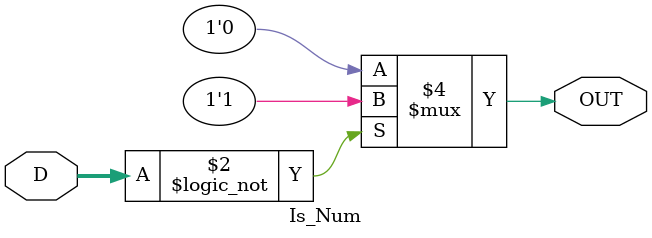
<source format=sv>
`timescale 1ns / 1ps


module Is_Num #(parameter NUM = 0) (
    input [4:0] D,
    output logic OUT
    );
    
    always_comb
    begin
        if (D == NUM) OUT = 1;
        else OUT = 0;    
    end
endmodule

</source>
